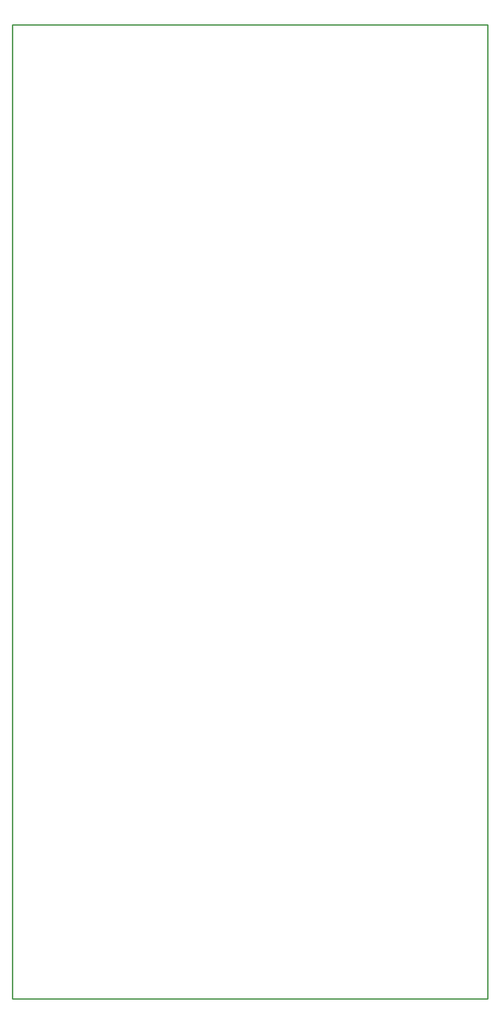
<source format=gko>
G04 Layer: BoardOutlineLayer*
G04 EasyEDA v6.5.42, 2024-04-13 21:48:16*
G04 7b93da579f024c5689f0948710d994dc,a2f4cb7aa3704937908c5b59a0d1150c,10*
G04 Gerber Generator version 0.2*
G04 Scale: 100 percent, Rotated: No, Reflected: No *
G04 Dimensions in millimeters *
G04 leading zeros omitted , absolute positions ,4 integer and 5 decimal *
%FSLAX45Y45*%
%MOMM*%

%ADD10C,0.2540*%
D10*
X635000Y8597900D02*
G01*
X635000Y8597900D01*
X8940800Y8597900D01*
X9740900Y8597900D01*
X9740900Y-10045700D01*
X635000Y-10045700D01*
X635000Y8597900D01*
X635000Y8597900D01*

%LPD*%
M02*

</source>
